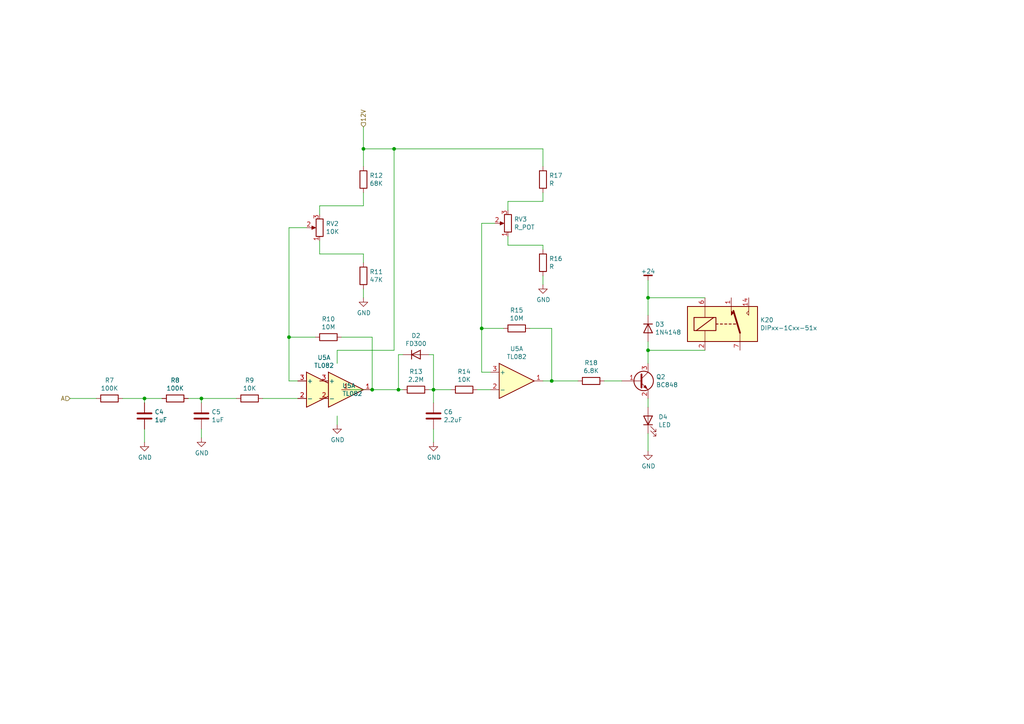
<source format=kicad_sch>
(kicad_sch (version 20211123) (generator eeschema)
  (paper "A4")
  (lib_symbols
    (symbol "Amplifier_Operational:TL082" (pin_names (offset 0.127))
      (property "Reference" "U" (at 0 5.08 0))
      (property "Value" "Amplifier_Operational_TL082" (at 0 -5.08 0))
      (symbol "TL082_1_1"
        (polyline (pts (xy -5.08 5.08) (xy 5.08 0) (xy -5.08 -5.08) (xy -5.08 5.08)) (stroke (width 0.254)) (fill (type background)))
        (pin output line (at 7.62 0 180) (length 2.54) (name "~") (number "1"))
        (pin input line (at -7.62 -2.54 0) (length 2.54) (name "-") (number "2"))
        (pin input line (at -7.62 2.54 0) (length 2.54) (name "+") (number "3"))
      )
      (symbol "TL082_2_1"
        (polyline (pts (xy -5.08 5.08) (xy 5.08 0) (xy -5.08 -5.08) (xy -5.08 5.08)) (stroke (width 0.254)) (fill (type background)))
        (pin input line (at -7.62 2.54 0) (length 2.54) (name "+") (number "5"))
        (pin input line (at -7.62 -2.54 0) (length 2.54) (name "-") (number "6"))
        (pin output line (at 7.62 0 180) (length 2.54) (name "~") (number "7"))
      )
      (symbol "TL082_3_1"
        (pin power_in line (at -2.54 -7.62 90) (length 3.81) (name "V-") (number "4"))
        (pin power_in line (at -2.54 7.62 270) (length 3.81) (name "V+") (number "8"))
      )
    )
    (symbol "Device:C" (pin_numbers hide) (pin_names (offset 0.254))
      (property "Reference" "C" (at 0.635 2.54 0))
      (property "Value" "Device_C" (at 0.635 -2.54 0))
      (symbol "C_0_1"
        (polyline (pts (xy -2.032 -0.762) (xy 2.032 -0.762)) (stroke (width 0.508)))
        (polyline (pts (xy -2.032 0.762) (xy 2.032 0.762)) (stroke (width 0.508)))
      )
      (symbol "C_1_1"
        (pin passive line (at 0 3.81 270) (length 2.794) (name "~") (number "1"))
        (pin passive line (at 0 -3.81 90) (length 2.794) (name "~") (number "2"))
      )
    )
    (symbol "Device:D" (pin_numbers hide) (pin_names (offset 1.016) hide)
      (property "Reference" "D" (at 0 2.54 0))
      (property "Value" "Device_D" (at 0 -2.54 0))
      (symbol "D_0_1"
        (polyline (pts (xy -1.27 1.27) (xy -1.27 -1.27)) (stroke (width 0.254)))
        (polyline (pts (xy 1.27 0) (xy -1.27 0)))
        (polyline (pts (xy 1.27 1.27) (xy 1.27 -1.27) (xy -1.27 0) (xy 1.27 1.27)) (stroke (width 0.254)))
      )
      (symbol "D_1_1"
        (pin passive line (at -3.81 0 0) (length 2.54) (name "K") (number "1"))
        (pin passive line (at 3.81 0 180) (length 2.54) (name "A") (number "2"))
      )
    )
    (symbol "Device:LED" (pin_numbers hide) (pin_names (offset 1.016) hide)
      (property "Reference" "D" (at 0 2.54 0))
      (property "Value" "Device_LED" (at 0 -2.54 0))
      (symbol "LED_0_1"
        (polyline (pts (xy -1.27 -1.27) (xy -1.27 1.27)) (stroke (width 0.254)))
        (polyline (pts (xy -1.27 0) (xy 1.27 0)))
        (polyline (pts (xy 1.27 -1.27) (xy 1.27 1.27) (xy -1.27 0) (xy 1.27 -1.27)) (stroke (width 0.254)))
        (polyline (pts (xy -3.048 -0.762) (xy -4.572 -2.286) (xy -3.81 -2.286) (xy -4.572 -2.286) (xy -4.572 -1.524)))
        (polyline (pts (xy -1.778 -0.762) (xy -3.302 -2.286) (xy -2.54 -2.286) (xy -3.302 -2.286) (xy -3.302 -1.524)))
      )
      (symbol "LED_1_1"
        (pin passive line (at -3.81 0 0) (length 2.54) (name "K") (number "1"))
        (pin passive line (at 3.81 0 180) (length 2.54) (name "A") (number "2"))
      )
    )
    (symbol "Device:R" (pin_numbers hide) (pin_names (offset 0))
      (property "Reference" "R" (at 2.032 0 90))
      (property "Value" "Device_R" (at 0 0 90))
      (symbol "R_0_1"
        (rectangle (start -1.016 -2.54) (end 1.016 2.54) (stroke (width 0.254)))
      )
      (symbol "R_1_1"
        (pin passive line (at 0 3.81 270) (length 1.27) (name "~") (number "1"))
        (pin passive line (at 0 -3.81 90) (length 1.27) (name "~") (number "2"))
      )
    )
    (symbol "Device:R_POT" (pin_names (offset 1.016) hide)
      (property "Reference" "RV" (at -4.445 0 90))
      (property "Value" "Device_R_POT" (at -2.54 0 90))
      (symbol "R_POT_0_1"
        (polyline (pts (xy 2.54 0) (xy 1.524 0)))
        (polyline (pts (xy 1.143 0) (xy 2.286 0.508) (xy 2.286 -0.508) (xy 1.143 0)) (fill (type outline)))
        (rectangle (start 1.016 2.54) (end -1.016 -2.54) (stroke (width 0.254)))
      )
      (symbol "R_POT_1_1"
        (pin passive line (at 0 3.81 270) (length 1.27) (name "1") (number "1"))
        (pin passive line (at 3.81 0 180) (length 1.27) (name "2") (number "2"))
        (pin passive line (at 0 -3.81 90) (length 1.27) (name "3") (number "3"))
      )
    )
    (symbol "Diode:1N4148" (pin_numbers hide) (pin_names (offset 1.016) hide)
      (property "Reference" "D" (at 0 2.54 0))
      (property "Value" "Diode_1N4148" (at 0 -2.54 0))
      (symbol "1N4148_0_1"
        (polyline (pts (xy -1.27 1.27) (xy -1.27 -1.27)) (stroke (width 0.254)))
        (polyline (pts (xy 1.27 0) (xy -1.27 0)))
        (polyline (pts (xy 1.27 1.27) (xy 1.27 -1.27) (xy -1.27 0) (xy 1.27 1.27)) (stroke (width 0.254)))
      )
      (symbol "1N4148_1_1"
        (pin passive line (at -3.81 0 0) (length 2.54) (name "K") (number "1"))
        (pin passive line (at 3.81 0 180) (length 2.54) (name "A") (number "2"))
      )
    )
    (symbol "Relay:DIPxx-1Cxx-51x"
      (property "Reference" "K" (at 11.43 3.81 0))
      (property "Value" "Relay_DIPxx-1Cxx-51x" (at 11.43 1.27 0))
      (symbol "DIPxx-1Cxx-51x_0_0"
        (polyline (pts (xy 2.54 5.08) (xy 2.54 2.54) (xy 3.175 3.175) (xy 2.54 3.81)) (fill (type outline)))
        (polyline (pts (xy 7.62 5.08) (xy 7.62 2.54) (xy 6.985 3.175) (xy 7.62 3.81)))
      )
      (symbol "DIPxx-1Cxx-51x_0_1"
        (rectangle (start -10.16 5.08) (end 10.16 -5.08) (stroke (width 0.254)) (fill (type background)))
        (rectangle (start -8.255 1.905) (end -1.905 -1.905) (stroke (width 0.254)))
        (polyline (pts (xy -7.62 -1.905) (xy -2.54 1.905)) (stroke (width 0.254)))
        (polyline (pts (xy -5.08 -5.08) (xy -5.08 -1.905)))
        (polyline (pts (xy -5.08 5.08) (xy -5.08 1.905)))
        (polyline (pts (xy -1.905 0) (xy -1.27 0)) (stroke (width 0.254)))
        (polyline (pts (xy -0.635 0) (xy 0 0)) (stroke (width 0.254)))
        (polyline (pts (xy 0.635 0) (xy 1.27 0)) (stroke (width 0.254)))
        (polyline (pts (xy 1.905 0) (xy 2.54 0)) (stroke (width 0.254)))
        (polyline (pts (xy 3.175 0) (xy 3.81 0)) (stroke (width 0.254)))
        (polyline (pts (xy 5.08 -2.54) (xy 3.175 3.81)) (stroke (width 0.508)))
        (polyline (pts (xy 5.08 -2.54) (xy 5.08 -5.08)))
      )
      (symbol "DIPxx-1Cxx-51x_1_1"
        (pin passive line (at 2.54 7.62 270) (length 2.54) (name "~") (number "1"))
        (pin passive line (at 7.62 7.62 270) (length 2.54) (name "~") (number "14"))
        (pin passive line (at -5.08 -7.62 90) (length 2.54) (name "~") (number "2"))
        (pin passive line (at -5.08 7.62 270) (length 2.54) (name "~") (number "6"))
        (pin passive line (at 5.08 -7.62 90) (length 2.54) (name "~") (number "7"))
        (pin passive line (at 5.08 -7.62 90) (length 2.54) hide (name "~") (number "8"))
      )
    )
    (symbol "Transistor_BJT:BC848" (pin_names (offset 0) hide)
      (property "Reference" "Q" (at 5.08 1.905 0))
      (property "Value" "Transistor_BJT_BC848" (at 5.08 0 0))
      (symbol "BC848_0_1"
        (polyline (pts (xy 0.635 0.635) (xy 2.54 2.54)))
        (polyline (pts (xy 0.635 -0.635) (xy 2.54 -2.54) (xy 2.54 -2.54)))
        (polyline (pts (xy 0.635 1.905) (xy 0.635 -1.905) (xy 0.635 -1.905)) (stroke (width 0.508)))
        (polyline (pts (xy 1.27 -1.778) (xy 1.778 -1.27) (xy 2.286 -2.286) (xy 1.27 -1.778) (xy 1.27 -1.778)) (fill (type outline)))
        (circle (center 1.27 0) (radius 2.8194) (stroke (width 0.254)))
      )
      (symbol "BC848_1_1"
        (pin input line (at -5.08 0 0) (length 5.715) (name "B") (number "1"))
        (pin passive line (at 2.54 -5.08 90) (length 2.54) (name "E") (number "2"))
        (pin passive line (at 2.54 5.08 270) (length 2.54) (name "C") (number "3"))
      )
    )
    (symbol "power1:+24" (power) (pin_names (offset 0))
      (property "Value" "+24" (at 0 2.54 0))
      (symbol "+24_0_1"
        (polyline (pts (xy 0 0.762) (xy 0 0)))
        (polyline (pts (xy 0 1.27) (xy 0 0.762)))
        (polyline (pts (xy -1.27 1.524) (xy 1.27 1.524) (xy 1.27 1.27) (xy -1.27 1.27) (xy -1.27 1.524)) (fill (type outline)))
      )
      (symbol "+24_1_1"
        (pin power_in line (at 0 0 90) (length 0) hide (name "+24") (number "1"))
      )
    )
    (symbol "power:GND" (power) (pin_names (offset 0))
      (property "Value" "power_GND" (at 0 -3.81 0))
      (symbol "GND_0_1"
        (polyline (pts (xy 0 0) (xy 0 -1.27) (xy 1.27 -1.27) (xy 0 -2.54) (xy -1.27 -1.27) (xy 0 -1.27)))
      )
      (symbol "GND_1_1"
        (pin power_in line (at 0 0 270) (length 0) hide (name "GND") (number "1"))
      )
    )
  )
  (junction (at 107.95 113.03))
  (junction (at 160.02 110.49))
  (junction (at 41.91 115.57))
  (junction (at 105.41 43.18))
  (junction (at 58.42 115.57))
  (junction (at 139.7 95.25))
  (junction (at 114.3 43.18))
  (junction (at 125.73 113.03))
  (junction (at 187.96 101.6))
  (junction (at 115.57 113.03))
  (junction (at 187.96 86.36))
  (junction (at 83.82 97.79))
  (wire (pts (xy 88.9 66.04) (xy 83.82 66.04)))
  (wire (pts (xy 204.47 101.6) (xy 187.96 101.6)))
  (wire (pts (xy 83.82 110.49) (xy 83.82 97.79)))
  (wire (pts (xy 125.73 128.27) (xy 125.73 124.46)))
  (wire (pts (xy 92.71 73.66) (xy 105.41 73.66)))
  (wire (pts (xy 147.32 68.58) (xy 147.32 71.12)))
  (wire (pts (xy 58.42 115.57) (xy 68.58 115.57)))
  (wire (pts (xy 125.73 113.03) (xy 125.73 116.84)))
  (wire (pts (xy 105.41 86.36) (xy 105.41 83.82)))
  (wire (pts (xy 105.41 43.18) (xy 114.3 43.18)))
  (wire (pts (xy 147.32 71.12) (xy 157.48 71.12)))
  (wire (pts (xy 97.79 123.19) (xy 97.79 120.65)))
  (wire (pts (xy 54.61 115.57) (xy 58.42 115.57)))
  (wire (pts (xy 157.48 80.01) (xy 157.48 82.55)))
  (wire (pts (xy 92.71 62.23) (xy 92.71 59.69)))
  (wire (pts (xy 187.96 130.81) (xy 187.96 125.73)))
  (wire (pts (xy 114.3 43.18) (xy 157.48 43.18)))
  (wire (pts (xy 124.46 113.03) (xy 125.73 113.03)))
  (wire (pts (xy 187.96 81.28) (xy 187.96 86.36)))
  (wire (pts (xy 105.41 73.66) (xy 105.41 76.2)))
  (wire (pts (xy 83.82 66.04) (xy 83.82 97.79)))
  (wire (pts (xy 41.91 115.57) (xy 46.99 115.57)))
  (wire (pts (xy 97.79 105.41) (xy 97.79 101.6)))
  (wire (pts (xy 20.32 115.57) (xy 27.94 115.57)))
  (wire (pts (xy 175.26 110.49) (xy 180.34 110.49)))
  (wire (pts (xy 58.42 115.57) (xy 58.42 116.84)))
  (wire (pts (xy 187.96 86.36) (xy 187.96 91.44)))
  (wire (pts (xy 41.91 116.84) (xy 41.91 115.57)))
  (wire (pts (xy 157.48 43.18) (xy 157.48 48.26)))
  (wire (pts (xy 92.71 59.69) (xy 105.41 59.69)))
  (wire (pts (xy 139.7 107.95) (xy 142.24 107.95)))
  (wire (pts (xy 160.02 110.49) (xy 157.48 110.49)))
  (wire (pts (xy 167.64 110.49) (xy 160.02 110.49)))
  (wire (pts (xy 105.41 59.69) (xy 105.41 55.88)))
  (wire (pts (xy 153.67 95.25) (xy 160.02 95.25)))
  (wire (pts (xy 187.96 118.11) (xy 187.96 115.57)))
  (wire (pts (xy 139.7 64.77) (xy 139.7 95.25)))
  (wire (pts (xy 115.57 102.87) (xy 115.57 113.03)))
  (wire (pts (xy 86.36 110.49) (xy 83.82 110.49)))
  (wire (pts (xy 124.46 102.87) (xy 125.73 102.87)))
  (wire (pts (xy 138.43 113.03) (xy 142.24 113.03)))
  (wire (pts (xy 35.56 115.57) (xy 41.91 115.57)))
  (wire (pts (xy 146.05 95.25) (xy 139.7 95.25)))
  (wire (pts (xy 160.02 95.25) (xy 160.02 110.49)))
  (wire (pts (xy 105.41 43.18) (xy 105.41 48.26)))
  (wire (pts (xy 125.73 102.87) (xy 125.73 113.03)))
  (wire (pts (xy 115.57 113.03) (xy 116.84 113.03)))
  (wire (pts (xy 187.96 105.41) (xy 187.96 101.6)))
  (wire (pts (xy 147.32 60.96) (xy 147.32 58.42)))
  (wire (pts (xy 105.41 36.83) (xy 105.41 43.18)))
  (wire (pts (xy 99.06 97.79) (xy 107.95 97.79)))
  (wire (pts (xy 107.95 97.79) (xy 107.95 113.03)))
  (wire (pts (xy 139.7 95.25) (xy 139.7 107.95)))
  (wire (pts (xy 204.47 86.36) (xy 187.96 86.36)))
  (wire (pts (xy 41.91 128.27) (xy 41.91 124.46)))
  (wire (pts (xy 157.48 58.42) (xy 157.48 55.88)))
  (wire (pts (xy 107.95 113.03) (xy 101.6 113.03)))
  (wire (pts (xy 143.51 64.77) (xy 139.7 64.77)))
  (wire (pts (xy 147.32 58.42) (xy 157.48 58.42)))
  (wire (pts (xy 92.71 69.85) (xy 92.71 73.66)))
  (wire (pts (xy 58.42 127) (xy 58.42 124.46)))
  (wire (pts (xy 83.82 97.79) (xy 91.44 97.79)))
  (wire (pts (xy 157.48 71.12) (xy 157.48 72.39)))
  (wire (pts (xy 114.3 101.6) (xy 114.3 43.18)))
  (wire (pts (xy 125.73 113.03) (xy 130.81 113.03)))
  (wire (pts (xy 76.2 115.57) (xy 86.36 115.57)))
  (wire (pts (xy 116.84 102.87) (xy 115.57 102.87)))
  (wire (pts (xy 107.95 113.03) (xy 115.57 113.03)))
  (wire (pts (xy 187.96 101.6) (xy 187.96 99.06)))
  (wire (pts (xy 97.79 101.6) (xy 114.3 101.6)))
  (hierarchical_label "A" (shape input) (at 20.32 115.57 180))
  (hierarchical_label "12V" (shape input) (at 105.41 36.83 90))
  (symbol (lib_id "Device:R") (at 31.75 115.57 270) (unit 1)
    (property "Reference" "R7" (at 31.75 110.3122 90))
    (property "Value" "100K" (at 31.75 112.6236 90))
    (property "Footprint" "Resistor_SMD:R_0603_1608Metric_Pad0.98x0.95mm_HandSolder" (effects hide))
  )
  (symbol (lib_id "Device:C") (at 41.91 120.65 0) (unit 1)
    (property "Reference" "C4" (at 44.831 119.4816 0) (effects (justify left)))
    (property "Value" "1uF" (at 44.831 121.793 0) (effects (justify left)))
    (property "Footprint" "Capacitor_SMD:C_0603_1608Metric_Pad1.08x0.95mm_HandSolder" (effects hide))
  )
  (symbol (lib_id "Device:R") (at 50.8 115.57 270) (unit 1)
    (property "Reference" "R8" (at 50.8 110.3122 90))
    (property "Value" "100K" (at 50.8 112.6236 90))
    (property "Footprint" "Resistor_SMD:R_0603_1608Metric_Pad0.98x0.95mm_HandSolder" (effects hide))
  )
  (symbol (lib_id "Device:C") (at 58.42 120.65 0) (unit 1)
    (property "Reference" "C5" (at 61.341 119.4816 0) (effects (justify left)))
    (property "Value" "1uF" (at 61.341 121.793 0) (effects (justify left)))
    (property "Footprint" "Capacitor_SMD:C_0603_1608Metric_Pad1.08x0.95mm_HandSolder" (effects hide))
  )
  (symbol (lib_id "power:GND") (at 58.42 127 0) (unit 1)
    (property "Reference" "#PWR0116" (effects hide))
    (property "Value" "GND" (at 58.547 131.3942 0))
  )
  (symbol (lib_id "power:GND") (at 41.91 128.27 0) (unit 1)
    (property "Reference" "#PWR0117" (effects hide))
    (property "Value" "GND" (at 42.037 132.6642 0))
  )
  (symbol (lib_id "Device:R") (at 105.41 52.07 0) (unit 1)
    (property "Reference" "R12" (at 107.188 50.9016 0) (effects (justify left)))
    (property "Value" "68K" (at 107.188 53.213 0) (effects (justify left)))
    (property "Footprint" "Resistor_SMD:R_0603_1608Metric_Pad0.98x0.95mm_HandSolder" (effects hide))
  )
  (symbol (lib_id "power:GND") (at 105.41 86.36 0) (unit 1)
    (property "Reference" "#PWR0118" (effects hide))
    (property "Value" "GND" (at 105.537 90.7542 0))
  )
  (symbol (lib_id "Relay:DIPxx-1Cxx-51x") (at 209.55 93.98 0) (unit 1)
    (property "Reference" "K20" (at 220.472 92.8116 0) (effects (justify left)))
    (property "Value" "DIPxx-1Cxx-51x" (at 220.472 95.123 0) (effects (justify left)))
    (property "Footprint" "Relay_THT:Relay_StandexMeder_DIP_LowProfile" (effects hide))
    (property "Datasheet" "https://standexelectronics.com/wp-content/uploads/datasheet_reed_relay_DIP.pdf" (effects hide))
  )
  (symbol (lib_id "Device:R") (at 120.65 113.03 270) (unit 1)
    (property "Reference" "R13" (at 120.65 107.7722 90))
    (property "Value" "2.2M" (at 120.65 110.0836 90))
    (property "Footprint" "Resistor_SMD:R_0603_1608Metric_Pad0.98x0.95mm_HandSolder" (effects hide))
  )
  (symbol (lib_id "Device:D") (at 120.65 102.87 0) (unit 1)
    (property "Reference" "D2" (at 120.65 97.3582 0))
    (property "Value" "FD300" (at 120.65 99.6696 0))
    (property "Footprint" "Diode_SMD:D_0603_1608Metric_Pad1.05x0.95mm_HandSolder" (effects hide))
  )
  (symbol (lib_id "Device:C") (at 125.73 120.65 0) (unit 1)
    (property "Reference" "C6" (at 128.651 119.4816 0) (effects (justify left)))
    (property "Value" "2.2uF" (at 128.651 121.793 0) (effects (justify left)))
    (property "Footprint" "Capacitor_SMD:C_0603_1608Metric_Pad1.08x0.95mm_HandSolder" (effects hide))
  )
  (symbol (lib_id "Device:R") (at 134.62 113.03 270) (unit 1)
    (property "Reference" "R14" (at 134.62 107.7722 90))
    (property "Value" "10K" (at 134.62 110.0836 90))
    (property "Footprint" "Resistor_SMD:R_0603_1608Metric_Pad0.98x0.95mm_HandSolder" (effects hide))
  )
  (symbol (lib_id "Device:R") (at 149.86 95.25 270) (unit 1)
    (property "Reference" "R15" (at 149.86 89.9922 90))
    (property "Value" "10M" (at 149.86 92.3036 90))
    (property "Footprint" "Resistor_SMD:R_0603_1608Metric_Pad0.98x0.95mm_HandSolder" (effects hide))
  )
  (symbol (lib_id "Device:R_POT") (at 147.32 64.77 180) (unit 1)
    (property "Reference" "RV3" (at 149.098 63.6016 0) (effects (justify right)))
    (property "Value" "R_POT" (at 149.098 65.913 0) (effects (justify right)))
    (property "Footprint" "Potentiometer_SMD:Potentiometer_Vishay_TS53YL_Vertical" (effects hide))
    (property "Datasheet" "https://www.vishay.com/docs/51008/ts53.pdf" (effects hide))
  )
  (symbol (lib_id "Device:R") (at 157.48 76.2 0) (unit 1)
    (property "Reference" "R16" (at 159.258 75.0316 0) (effects (justify left)))
    (property "Value" "R" (at 159.258 77.343 0) (effects (justify left)))
    (property "Footprint" "Resistor_SMD:R_0603_1608Metric_Pad0.98x0.95mm_HandSolder" (effects hide))
  )
  (symbol (lib_id "power:GND") (at 125.73 128.27 0) (unit 1)
    (property "Reference" "#PWR0120" (effects hide))
    (property "Value" "GND" (at 125.857 132.6642 0))
  )
  (symbol (lib_id "Amplifier_Operational:TL082") (at 100.33 113.03 0) (unit 1)
    (property "Reference" "U5" (at 99.2632 111.8616 0) (effects (justify left)))
    (property "Value" "TL082" (at 99.2632 114.173 0) (effects (justify left)))
    (property "Footprint" "Package_SO:SOIC-8-1EP_3.9x4.9mm_P1.27mm_EP2.29x3mm" (effects hide))
    (property "Datasheet" "https://www.digikey.com/es/products/detail/texas-instruments/TL082CDE4/13472954" (effects hide))
  )
  (symbol (lib_id "power:GND") (at 97.79 123.19 0) (unit 1)
    (property "Reference" "#PWR0121" (effects hide))
    (property "Value" "GND" (at 97.917 127.5842 0))
  )
  (symbol (lib_id "Device:R") (at 171.45 110.49 90) (unit 1)
    (property "Reference" "R18" (at 171.45 105.2322 90))
    (property "Value" "6.8K" (at 171.45 107.5436 90))
    (property "Footprint" "Resistor_SMD:R_0603_1608Metric_Pad0.98x0.95mm_HandSolder" (effects hide))
  )
  (symbol (lib_id "Device:R") (at 72.39 115.57 270) (unit 1)
    (property "Reference" "R9" (at 72.39 110.3122 90))
    (property "Value" "10K" (at 72.39 112.6236 90))
    (property "Footprint" "Resistor_SMD:R_0603_1608Metric_Pad0.98x0.95mm_HandSolder" (effects hide))
  )
  (symbol (lib_id "Amplifier_Operational:TL082") (at 149.86 110.49 0) (unit 1)
    (property "Reference" "U5" (at 149.86 101.1682 0))
    (property "Value" "TL082" (at 149.86 103.4796 0))
    (property "Footprint" "Package_SO:SOIC-8-1EP_3.9x4.9mm_P1.27mm_EP2.29x3mm" (effects hide))
    (property "Datasheet" "https://www.digikey.com/es/products/detail/texas-instruments/TL082CDE4/13472954" (effects hide))
  )
  (symbol (lib_id "Amplifier_Operational:TL082") (at 93.98 113.03 0) (unit 1)
    (property "Reference" "U5" (at 93.98 103.7082 0))
    (property "Value" "TL082" (at 93.98 106.0196 0))
    (property "Footprint" "Package_SO:SOIC-8-1EP_3.9x4.9mm_P1.27mm_EP2.29x3mm" (effects hide))
    (property "Datasheet" "https://www.digikey.com/es/products/detail/texas-instruments/TL082CDE4/13472954" (effects hide))
  )
  (symbol (lib_id "Device:R") (at 95.25 97.79 270) (unit 1)
    (property "Reference" "R10" (at 95.25 92.5322 90))
    (property "Value" "10M" (at 95.25 94.8436 90))
    (property "Footprint" "Resistor_SMD:R_0603_1608Metric_Pad0.98x0.95mm_HandSolder" (effects hide))
  )
  (symbol (lib_id "Device:R_POT") (at 92.71 66.04 180) (unit 1)
    (property "Reference" "RV2" (at 94.488 64.8716 0) (effects (justify right)))
    (property "Value" "10K" (at 94.488 67.183 0) (effects (justify right)))
    (property "Footprint" "Potentiometer_SMD:Potentiometer_Vishay_TS53YL_Vertical" (effects hide))
    (property "Datasheet" "https://www.vishay.com/docs/51008/ts53.pdf" (effects hide))
  )
  (symbol (lib_id "Device:R") (at 105.41 80.01 0) (unit 1)
    (property "Reference" "R11" (at 107.188 78.8416 0) (effects (justify left)))
    (property "Value" "47K" (at 107.188 81.153 0) (effects (justify left)))
    (property "Footprint" "Resistor_SMD:R_0603_1608Metric_Pad0.98x0.95mm_HandSolder" (effects hide))
  )
  (symbol (lib_id "Device:R") (at 157.48 52.07 0) (unit 1)
    (property "Reference" "R17" (at 159.258 50.9016 0) (effects (justify left)))
    (property "Value" "R" (at 159.258 53.213 0) (effects (justify left)))
    (property "Footprint" "Resistor_SMD:R_0603_1608Metric_Pad0.98x0.95mm_HandSolder" (effects hide))
  )
  (symbol (lib_id "power:GND") (at 157.48 82.55 0) (unit 1)
    (property "Reference" "#PWR0119" (effects hide))
    (property "Value" "GND" (at 157.607 86.9442 0))
  )
  (symbol (lib_id "Transistor_BJT:BC848") (at 185.42 110.49 0) (unit 1)
    (property "Reference" "Q2" (at 190.2714 109.3216 0) (effects (justify left)))
    (property "Value" "BC848" (at 190.2714 111.633 0) (effects (justify left)))
    (property "Footprint" "Package_TO_SOT_SMD:SOT-23" (effects hide))
    (property "Datasheet" "http://www.infineon.com/dgdl/Infineon-BC847SERIES_BC848SERIES_BC849SERIES_BC850SERIES-DS-v01_01-en.pdf?fileId=db3a304314dca389011541d4630a1657" (effects hide))
  )
  (symbol (lib_id "Device:LED") (at 187.96 121.92 90) (unit 1)
    (property "Reference" "D4" (at 190.9572 120.9294 90) (effects (justify right)))
    (property "Value" "LED" (at 190.9572 123.2408 90) (effects (justify right)))
    (property "Footprint" "LED_SMD:LED_1206_3216Metric" (effects hide))
    (property "Datasheet" "https://www.aopled.com/AOP_PDFs/L152L-LIC.pdf" (effects hide))
  )
  (symbol (lib_id "power:GND") (at 187.96 130.81 0) (unit 1)
    (property "Reference" "#PWR0122" (effects hide))
    (property "Value" "GND" (at 188.087 135.2042 0))
  )
  (symbol (lib_id "Diode:1N4148") (at 187.96 95.25 270) (unit 1)
    (property "Reference" "D3" (at 189.992 94.0816 90) (effects (justify left)))
    (property "Value" "1N4148" (at 189.992 96.393 90) (effects (justify left)))
    (property "Footprint" "Diode_SMD:D_SOD-323" (effects hide))
    (property "Datasheet" "https://www.diodes.com/assets/Datasheets/1N4148WSF.pdf" (effects hide))
  )
  (symbol (lib_id "power1:+24") (at 187.96 81.28 0) (unit 1)
    (property "Reference" "#PWR?" (effects hide))
    (property "Value" "+24" (at 187.96 78.6915 0))
  )
)
</source>
